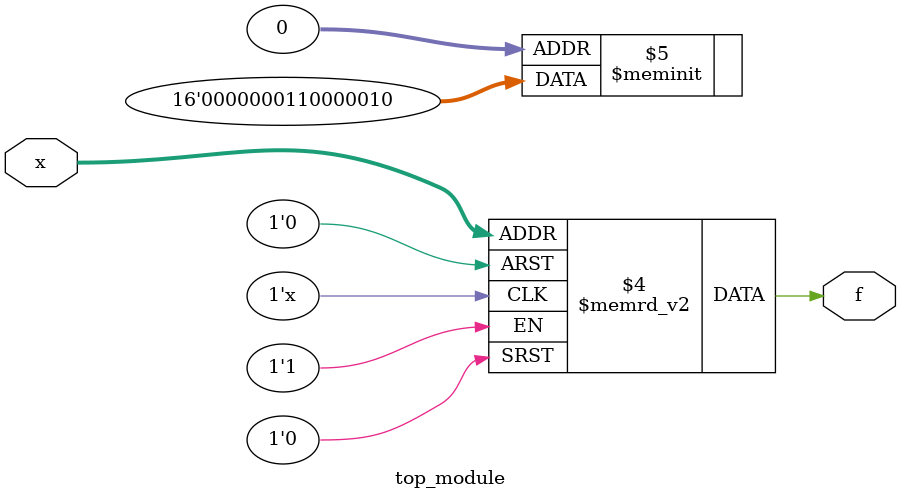
<source format=sv>
module top_module (
    input [4:1] x,
    output logic f
);

always_comb begin
    case ({x[4], x[3], x[2], x[1]})
        4'b0000, 4'b0011, 4'b0110, 4'b1001, 4'b1010, 4'b1100, 4'b1101: f = 1'b0;
        4'b0001, 4'b0111, 4'b1000: f = 1'b1;
        default: f = 1'b0; // Don't-care cases
    endcase
end

endmodule

</source>
